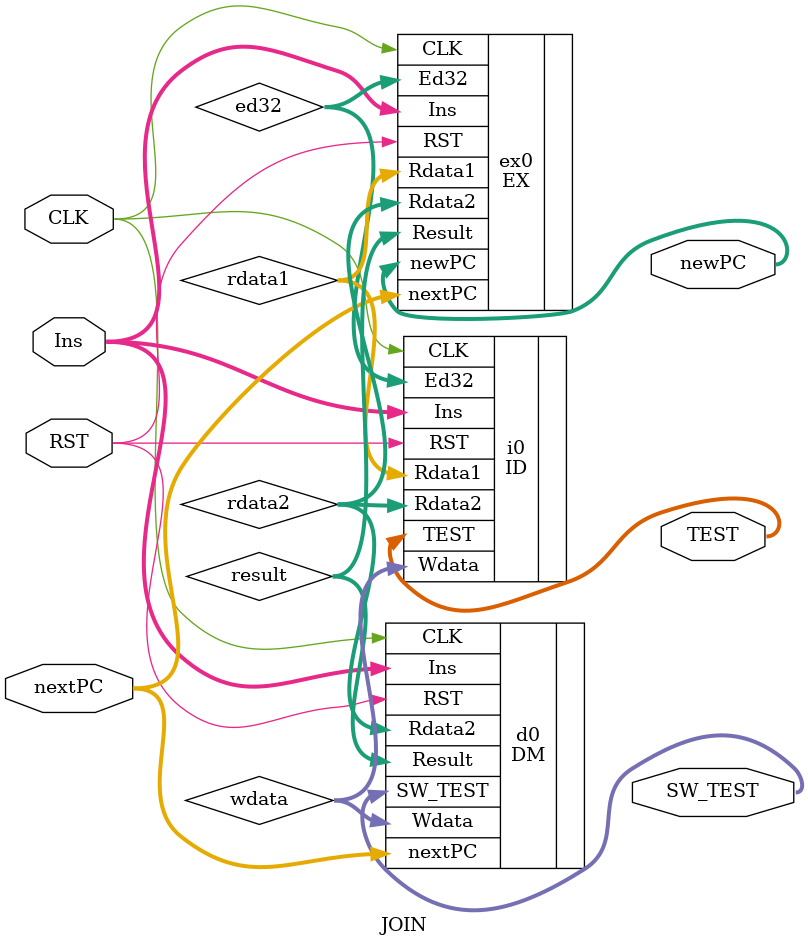
<source format=v>
module JOIN (
    input  CLK, RST,
    input [31:0] Ins,nextPC,
    output [31:0] TEST,newPC,
    output [31:0] SW_TEST
);


wire[31:0] result, rdata1, rdata2, ed32, wdata;

ID i0(.CLK(CLK), .RST(RST), .Ins(Ins), .Wdata(wdata), .Rdata1(rdata1), .Rdata2(rdata2), .Ed32(ed32), .TEST(TEST));
EX ex0(.CLK(CLK), .RST(RST), .Ins(Ins), .Rdata1(rdata1), .Rdata2(rdata2), .Ed32(ed32), .nextPC(nextPC), .Result(result), .newPC(newPC));
DM d0(.CLK(CLK), .RST(RST), .Ins(Ins), .Result(result), .Rdata2(rdata2), .nextPC(nextPC), .Wdata(wdata), .SW_TEST(SW_TEST));

endmodule
</source>
